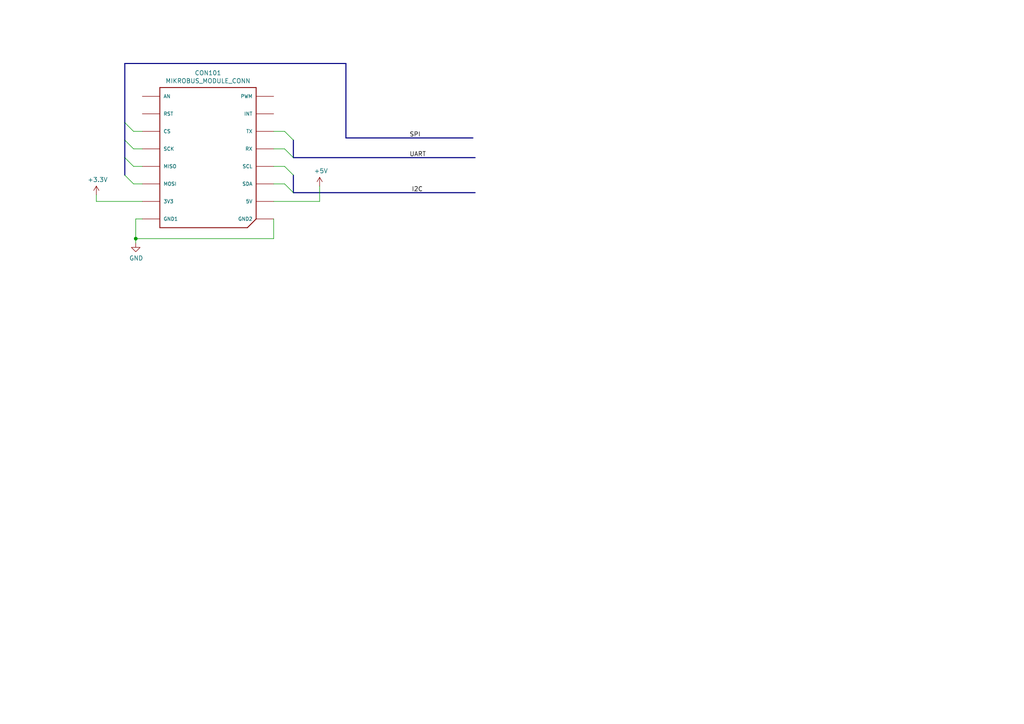
<source format=kicad_sch>
(kicad_sch (version 20250114) (generator "eeschema") (generator_version "9.0")
  (paper "A4")
  (lib_symbols
    (symbol "mikroBUS:MIKROBUS_MODULE_CONN" (pin_numbers (hide yes)) (pin_names (offset 1.016))
      (property "Reference" "CON" (at 10.16 38.1 0))
      (property "Value" "MIKROBUS_MODULE_CONN" (at 2.54 3.81 0))
      (symbol "MIKROBUS_MODULE_CONN_0_0"
        (polyline (pts (xy 0 40.64) (xy 27.94 40.64)) (stroke (width 0.254)))
        (polyline (pts (xy 0 0) (xy 0 40.64)) (stroke (width 0.254)))
        (polyline (pts (xy 25.4 0) (xy 0 0)) (stroke (width 0.254)))
        (polyline (pts (xy 27.94 40.64) (xy 27.94 2.54)) (stroke (width 0.254)))
        (polyline (pts (xy 27.94 2.54) (xy 25.4 0)) (stroke (width 0.254)))
        (pin bidirectional line (at -5.08 38.1 0) (length 5.08) (name "AN") (number "P1"))
        (pin bidirectional line (at -5.08 33.02 0) (length 5.08) (name "RST") (number "P2"))
        (pin bidirectional line (at -5.08 27.94 0) (length 5.08) (name "CS") (number "P3"))
        (pin bidirectional line (at -5.08 22.86 0) (length 5.08) (name "SCK") (number "P4"))
        (pin bidirectional line (at -5.08 17.78 0) (length 5.08) (name "MISO") (number "P5"))
        (pin bidirectional line (at -5.08 12.7 0) (length 5.08) (name "MOSI") (number "P6"))
        (pin power_in line (at -5.08 7.62 0) (length 5.08) (name "3V3") (number "P7"))
        (pin bidirectional line (at -5.08 2.54 0) (length 5.08) (name "GND1") (number "P8"))
        (pin bidirectional line (at 33.02 38.1 180) (length 5.08) (name "PWM") (number "P16"))
        (pin bidirectional line (at 33.02 33.02 180) (length 5.08) (name "INT") (number "P15"))
        (pin bidirectional line (at 33.02 27.94 180) (length 5.08) (name "TX") (number "P14"))
        (pin bidirectional line (at 33.02 22.86 180) (length 5.08) (name "RX") (number "P13"))
        (pin bidirectional line (at 33.02 17.78 180) (length 5.08) (name "SCL") (number "P12"))
        (pin bidirectional line (at 33.02 12.7 180) (length 5.08) (name "SDA") (number "P11"))
        (pin power_in line (at 33.02 7.62 180) (length 5.08) (name "5V") (number "P10"))
        (pin bidirectional line (at 33.02 2.54 180) (length 5.08) (name "GND2") (number "P9"))
      )
    )
    (symbol "power:+3.3V" (power) (pin_numbers (hide yes)) (pin_names (offset 0) (hide yes))
      (property "Value" "+3.3V" (at 0 3.556 0))
      (symbol "+3.3V_0_1"
        (polyline (pts (xy -0.762 1.27) (xy 0 2.54)))
        (polyline (pts (xy 0 2.54) (xy 0.762 1.27)))
        (polyline (pts (xy 0 0) (xy 0 2.54)))
      )
      (symbol "+3.3V_1_1"
        (pin power_in line (at 0 0 90) (length 0) (name "~") (number "1"))
      )
    )
    (symbol "power:+5V" (power) (pin_numbers (hide yes)) (pin_names (offset 0) (hide yes))
      (property "Value" "+5V" (at 0 3.556 0))
      (symbol "+5V_0_1"
        (polyline (pts (xy -0.762 1.27) (xy 0 2.54)))
        (polyline (pts (xy 0 2.54) (xy 0.762 1.27)))
        (polyline (pts (xy 0 0) (xy 0 2.54)))
      )
      (symbol "+5V_1_1"
        (pin power_in line (at 0 0 90) (length 0) (name "~") (number "1"))
      )
    )
    (symbol "power:GND" (power) (pin_numbers (hide yes)) (pin_names (offset 0) (hide yes))
      (property "Value" "GND" (at 0 -3.81 0))
      (symbol "GND_0_1"
        (polyline (pts (xy 0 0) (xy 0 -1.27) (xy 1.27 -1.27) (xy 0 -2.54) (xy -1.27 -1.27) (xy 0 -1.27)))
      )
      (symbol "GND_1_1"
        (pin power_in line (at 0 0 270) (length 0) (name "~") (number "1"))
      )
    )
  )
  (junction (at 39.37 69.215))
  (bus_entry (at 82.55 48.26) (size 2.54 2.54))
  (bus_entry (at 82.55 38.1) (size 2.54 2.54))
  (bus_entry (at 36.195 45.72) (size 2.54 2.54))
  (bus_entry (at 36.195 50.8) (size 2.54 2.54))
  (bus_entry (at 82.55 53.34) (size 2.54 2.54))
  (bus_entry (at 36.195 35.56) (size 2.54 2.54))
  (bus_entry (at 82.55 43.18) (size 2.54 2.54))
  (bus_entry (at 36.195 40.64) (size 2.54 2.54))
  (bus (pts (xy 85.09 50.8) (xy 85.09 55.88)))
  (wire (pts (xy 92.71 58.42) (xy 79.375 58.42)))
  (wire (pts (xy 38.735 48.26) (xy 41.275 48.26)))
  (wire (pts (xy 39.37 69.215) (xy 39.37 63.5)))
  (wire (pts (xy 79.375 53.34) (xy 82.55 53.34)))
  (wire (pts (xy 38.735 38.1) (xy 41.275 38.1)))
  (wire (pts (xy 27.94 58.42) (xy 41.275 58.42)))
  (wire (pts (xy 39.37 63.5) (xy 41.275 63.5)))
  (bus (pts (xy 100.33 40.005) (xy 137.16 40.005)))
  (bus (pts (xy 85.09 55.88) (xy 137.795 55.88)))
  (wire (pts (xy 79.375 48.26) (xy 82.55 48.26)))
  (wire (pts (xy 38.735 43.18) (xy 41.275 43.18)))
  (wire (pts (xy 39.37 69.215) (xy 79.375 69.215)))
  (wire (pts (xy 38.735 53.34) (xy 41.275 53.34)))
  (wire (pts (xy 39.37 70.485) (xy 39.37 69.215)))
  (bus (pts (xy 85.09 45.72) (xy 137.795 45.72)))
  (wire (pts (xy 27.94 56.515) (xy 27.94 58.42)))
  (bus (pts (xy 100.33 18.415) (xy 100.33 40.005)))
  (bus (pts (xy 36.195 18.415) (xy 100.33 18.415)))
  (wire (pts (xy 79.375 69.215) (xy 79.375 63.5)))
  (bus (pts (xy 85.09 40.64) (xy 85.09 45.72)))
  (wire (pts (xy 92.71 53.975) (xy 92.71 58.42)))
  (bus (pts (xy 36.195 45.72) (xy 36.195 50.8)))
  (bus (pts (xy 36.195 40.64) (xy 36.195 45.72)))
  (wire (pts (xy 79.375 38.1) (xy 82.55 38.1)))
  (bus (pts (xy 36.195 35.56) (xy 36.195 40.64)))
  (wire (pts (xy 79.375 43.18) (xy 82.55 43.18)))
  (bus (pts (xy 36.195 18.415) (xy 36.195 35.56)))
  (label "I2C" (at 119.38 55.88 0))
  (label "UART" (at 118.745 45.72 0))
  (label "SPI" (at 118.745 40.005 0))
  (symbol (lib_id "mikroBUS:MIKROBUS_MODULE_CONN") (at 46.355 66.04 0) (unit 1)
    (property "Reference" "CON101" (at 60.325 21.1582 0))
    (property "Value" "MIKROBUS_MODULE_CONN" (at 60.325 23.4696 0))
    (property "Footprint" "mikroBUS:MIKROBUS_MODULE_CONN" (effects (hide yes)))
  )
  (symbol (lib_id "power:GND") (at 39.37 70.485 0) (unit 1)
    (property "Reference" "#PWR0101" (effects (hide yes)))
    (property "Value" "GND" (at 39.497 74.8792 0))
  )
  (symbol (lib_id "power:+5V") (at 92.71 53.975 0) (unit 1)
    (property "Reference" "#PWR0102" (effects (hide yes)))
    (property "Value" "+5V" (at 93.091 49.5808 0))
  )
  (symbol (lib_id "power:+3.3V") (at 27.94 56.515 0) (unit 1)
    (property "Reference" "#PWR0103" (effects (hide yes)))
    (property "Value" "+3.3V" (at 28.321 52.1208 0))
  )
)
</source>
